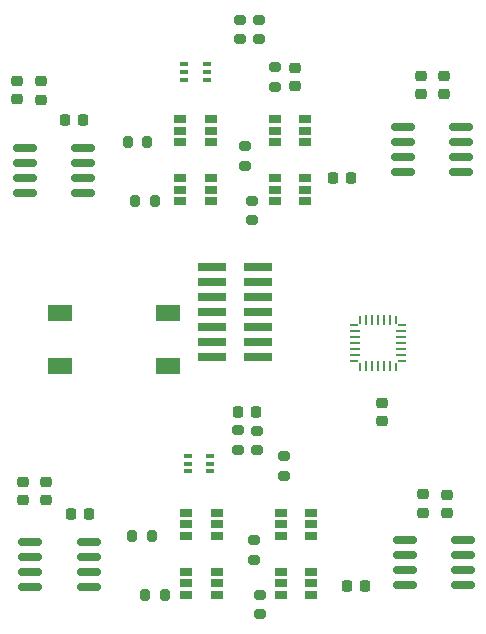
<source format=gbr>
%TF.GenerationSoftware,KiCad,Pcbnew,(6.0.9)*%
%TF.CreationDate,2023-02-07T16:56:14+01:00*%
%TF.ProjectId,driver_stepper_motor,64726976-6572-45f7-9374-65707065725f,2*%
%TF.SameCoordinates,Original*%
%TF.FileFunction,Paste,Top*%
%TF.FilePolarity,Positive*%
%FSLAX46Y46*%
G04 Gerber Fmt 4.6, Leading zero omitted, Abs format (unit mm)*
G04 Created by KiCad (PCBNEW (6.0.9)) date 2023-02-07 16:56:14*
%MOMM*%
%LPD*%
G01*
G04 APERTURE LIST*
G04 Aperture macros list*
%AMRoundRect*
0 Rectangle with rounded corners*
0 $1 Rounding radius*
0 $2 $3 $4 $5 $6 $7 $8 $9 X,Y pos of 4 corners*
0 Add a 4 corners polygon primitive as box body*
4,1,4,$2,$3,$4,$5,$6,$7,$8,$9,$2,$3,0*
0 Add four circle primitives for the rounded corners*
1,1,$1+$1,$2,$3*
1,1,$1+$1,$4,$5*
1,1,$1+$1,$6,$7*
1,1,$1+$1,$8,$9*
0 Add four rect primitives between the rounded corners*
20,1,$1+$1,$2,$3,$4,$5,0*
20,1,$1+$1,$4,$5,$6,$7,0*
20,1,$1+$1,$6,$7,$8,$9,0*
20,1,$1+$1,$8,$9,$2,$3,0*%
%AMFreePoly0*
4,1,14,0.230680,0.111820,0.364320,-0.021821,0.377500,-0.053642,0.377500,-0.080000,0.364320,-0.111820,0.332500,-0.125000,-0.332500,-0.125000,-0.364320,-0.111820,-0.377500,-0.080000,-0.377500,0.080000,-0.364320,0.111820,-0.332500,0.125000,0.198860,0.125000,0.230680,0.111820,0.230680,0.111820,$1*%
%AMFreePoly1*
4,1,14,0.364320,0.111820,0.377500,0.080000,0.377501,0.053640,0.364318,0.021819,0.230680,-0.111820,0.198860,-0.125000,-0.332500,-0.125000,-0.364320,-0.111820,-0.377500,-0.080000,-0.377500,0.080000,-0.364320,0.111820,-0.332500,0.125000,0.332500,0.125000,0.364320,0.111820,0.364320,0.111820,$1*%
%AMFreePoly2*
4,1,15,0.053642,0.377500,0.080000,0.377500,0.111820,0.364320,0.125000,0.332500,0.125000,-0.332500,0.111820,-0.364320,0.080000,-0.377500,-0.080000,-0.377500,-0.111820,-0.364320,-0.125000,-0.332500,-0.125000,0.198860,-0.111820,0.230680,0.021820,0.364320,0.053640,0.377501,0.053642,0.377500,0.053642,0.377500,$1*%
%AMFreePoly3*
4,1,14,-0.021820,0.364320,0.111820,0.230679,0.125000,0.198858,0.125000,-0.332500,0.111820,-0.364320,0.080000,-0.377500,-0.080000,-0.377500,-0.111820,-0.364320,-0.125000,-0.332500,-0.125000,0.332500,-0.111820,0.364320,-0.080000,0.377500,-0.053640,0.377500,-0.021820,0.364320,-0.021820,0.364320,$1*%
%AMFreePoly4*
4,1,14,0.364320,0.111820,0.377500,0.080000,0.377500,-0.080000,0.364320,-0.111820,0.332500,-0.125000,-0.198860,-0.125001,-0.230681,-0.111818,-0.364320,0.021820,-0.377500,0.053640,-0.377500,0.080000,-0.364320,0.111820,-0.332500,0.125000,0.332500,0.125000,0.364320,0.111820,0.364320,0.111820,$1*%
%AMFreePoly5*
4,1,15,-0.198858,0.125000,0.332500,0.125000,0.364320,0.111820,0.377500,0.080000,0.377500,-0.080000,0.364320,-0.111820,0.332500,-0.125000,-0.332500,-0.125000,-0.364320,-0.111820,-0.377500,-0.080000,-0.377500,-0.053640,-0.364320,-0.021820,-0.230680,0.111820,-0.198860,0.125001,-0.198858,0.125000,-0.198858,0.125000,$1*%
%AMFreePoly6*
4,1,14,0.111820,0.364320,0.125000,0.332500,0.125001,-0.198860,0.111818,-0.230681,-0.021820,-0.364320,-0.053640,-0.377500,-0.080000,-0.377500,-0.111820,-0.364320,-0.125000,-0.332500,-0.125000,0.332500,-0.111820,0.364320,-0.080000,0.377500,0.080000,0.377500,0.111820,0.364320,0.111820,0.364320,$1*%
%AMFreePoly7*
4,1,14,0.111820,0.364320,0.125000,0.332500,0.125000,-0.332500,0.111820,-0.364320,0.080000,-0.377500,0.053640,-0.377501,0.021819,-0.364318,-0.111820,-0.230680,-0.125000,-0.198860,-0.125000,0.332500,-0.111820,0.364320,-0.080000,0.377500,0.080000,0.377500,0.111820,0.364320,0.111820,0.364320,$1*%
G04 Aperture macros list end*
%ADD10RoundRect,0.200000X-0.275000X0.200000X-0.275000X-0.200000X0.275000X-0.200000X0.275000X0.200000X0*%
%ADD11RoundRect,0.218750X0.256250X-0.218750X0.256250X0.218750X-0.256250X0.218750X-0.256250X-0.218750X0*%
%ADD12R,1.000000X0.700000*%
%ADD13RoundRect,0.200000X0.275000X-0.200000X0.275000X0.200000X-0.275000X0.200000X-0.275000X-0.200000X0*%
%ADD14RoundRect,0.218750X-0.256250X0.218750X-0.256250X-0.218750X0.256250X-0.218750X0.256250X0.218750X0*%
%ADD15RoundRect,0.200000X0.200000X0.275000X-0.200000X0.275000X-0.200000X-0.275000X0.200000X-0.275000X0*%
%ADD16RoundRect,0.150000X-0.825000X-0.150000X0.825000X-0.150000X0.825000X0.150000X-0.825000X0.150000X0*%
%ADD17R,2.400000X0.740000*%
%ADD18RoundRect,0.225000X0.250000X-0.225000X0.250000X0.225000X-0.250000X0.225000X-0.250000X-0.225000X0*%
%ADD19RoundRect,0.225000X0.225000X0.250000X-0.225000X0.250000X-0.225000X-0.250000X0.225000X-0.250000X0*%
%ADD20RoundRect,0.225000X-0.250000X0.225000X-0.250000X-0.225000X0.250000X-0.225000X0.250000X0.225000X0*%
%ADD21R,0.650000X0.400000*%
%ADD22RoundRect,0.150000X0.825000X0.150000X-0.825000X0.150000X-0.825000X-0.150000X0.825000X-0.150000X0*%
%ADD23FreePoly0,90.000000*%
%ADD24RoundRect,0.062500X0.062500X-0.375000X0.062500X0.375000X-0.062500X0.375000X-0.062500X-0.375000X0*%
%ADD25FreePoly1,90.000000*%
%ADD26FreePoly2,90.000000*%
%ADD27RoundRect,0.062500X0.375000X-0.062500X0.375000X0.062500X-0.375000X0.062500X-0.375000X-0.062500X0*%
%ADD28FreePoly3,90.000000*%
%ADD29FreePoly4,90.000000*%
%ADD30FreePoly5,90.000000*%
%ADD31FreePoly6,90.000000*%
%ADD32FreePoly7,90.000000*%
%ADD33R,2.100000X1.400000*%
G04 APERTURE END LIST*
D10*
%TO.C,RB_shunt1*%
X91350000Y-170900000D03*
X91350000Y-172550000D03*
%TD*%
D11*
%TO.C,DB2*%
X103150000Y-175687500D03*
X103150000Y-174112500D03*
%TD*%
D12*
%TO.C,TA4*%
X90600000Y-147350000D03*
X90600000Y-148300000D03*
X90600000Y-149250000D03*
X93200000Y-149250000D03*
X93200000Y-148300000D03*
X93200000Y-147350000D03*
%TD*%
D13*
%TO.C,RA5*%
X89300000Y-135575000D03*
X89300000Y-133925000D03*
%TD*%
D12*
%TO.C,TB3*%
X91100000Y-175700000D03*
X91100000Y-176650000D03*
X91100000Y-177600000D03*
X93700000Y-177600000D03*
X93700000Y-176650000D03*
X93700000Y-175700000D03*
%TD*%
D14*
%TO.C,DB1*%
X71250000Y-173050000D03*
X71250000Y-174625000D03*
%TD*%
D15*
%TO.C,RA1*%
X79825000Y-144250000D03*
X78175000Y-144250000D03*
%TD*%
D12*
%TO.C,TB4*%
X91100000Y-180700000D03*
X91100000Y-181650000D03*
X91100000Y-182600000D03*
X93700000Y-182600000D03*
X93700000Y-181650000D03*
X93700000Y-180700000D03*
%TD*%
D16*
%TO.C,DrvA1*%
X69425000Y-144795000D03*
X69425000Y-146065000D03*
X69425000Y-147335000D03*
X69425000Y-148605000D03*
X74375000Y-148605000D03*
X74375000Y-147335000D03*
X74375000Y-146065000D03*
X74375000Y-144795000D03*
%TD*%
D12*
%TO.C,TA2*%
X82600000Y-147350000D03*
X82600000Y-148300000D03*
X82600000Y-149250000D03*
X85200000Y-149250000D03*
X85200000Y-148300000D03*
X85200000Y-147350000D03*
%TD*%
D17*
%TO.C,Programmateur1*%
X85300000Y-154890000D03*
X89200000Y-154890000D03*
X85300000Y-156160000D03*
X89200000Y-156160000D03*
X85300000Y-157430000D03*
X89200000Y-157430000D03*
X85300000Y-158700000D03*
X89200000Y-158700000D03*
X85300000Y-159970000D03*
X89200000Y-159970000D03*
X85300000Y-161240000D03*
X89200000Y-161240000D03*
X85300000Y-162510000D03*
X89200000Y-162510000D03*
%TD*%
D13*
%TO.C,RA3*%
X88050000Y-146275000D03*
X88050000Y-144625000D03*
%TD*%
D12*
%TO.C,TB1*%
X83100000Y-175700000D03*
X83100000Y-176650000D03*
X83100000Y-177600000D03*
X85700000Y-177600000D03*
X85700000Y-176650000D03*
X85700000Y-175700000D03*
%TD*%
D18*
%TO.C,CA1*%
X92350000Y-139550000D03*
X92350000Y-138000000D03*
%TD*%
D16*
%TO.C,DrvB1*%
X69925000Y-178145000D03*
X69925000Y-179415000D03*
X69925000Y-180685000D03*
X69925000Y-181955000D03*
X74875000Y-181955000D03*
X74875000Y-180685000D03*
X74875000Y-179415000D03*
X74875000Y-178145000D03*
%TD*%
D19*
%TO.C,CB5*%
X98275000Y-181850000D03*
X96725000Y-181850000D03*
%TD*%
D12*
%TO.C,TA3*%
X90600000Y-142350000D03*
X90600000Y-143300000D03*
X90600000Y-144250000D03*
X93200000Y-144250000D03*
X93200000Y-143300000D03*
X93200000Y-142350000D03*
%TD*%
D18*
%TO.C,CA2*%
X68800000Y-140662500D03*
X68800000Y-139112500D03*
%TD*%
%TO.C,CB2*%
X69250000Y-174612500D03*
X69250000Y-173062500D03*
%TD*%
D20*
%TO.C,CB4*%
X105150000Y-174125000D03*
X105150000Y-175675000D03*
%TD*%
D11*
%TO.C,DA2*%
X102950000Y-140225000D03*
X102950000Y-138650000D03*
%TD*%
D10*
%TO.C,RA6*%
X87700000Y-133925000D03*
X87700000Y-135575000D03*
%TD*%
D13*
%TO.C,RB5*%
X89100000Y-170350000D03*
X89100000Y-168700000D03*
%TD*%
D12*
%TO.C,TB2*%
X83100000Y-180700000D03*
X83100000Y-181650000D03*
X83100000Y-182600000D03*
X85700000Y-182600000D03*
X85700000Y-181650000D03*
X85700000Y-180700000D03*
%TD*%
D21*
%TO.C,Isens_B1*%
X85150000Y-172150000D03*
X85150000Y-171500000D03*
X85150000Y-170850000D03*
X83250000Y-170850000D03*
X83250000Y-171500000D03*
X83250000Y-172150000D03*
%TD*%
D19*
%TO.C,CA3*%
X74375000Y-142450000D03*
X72825000Y-142450000D03*
%TD*%
D12*
%TO.C,TA1*%
X82600000Y-142350000D03*
X82600000Y-143300000D03*
X82600000Y-144250000D03*
X85200000Y-144250000D03*
X85200000Y-143300000D03*
X85200000Y-142350000D03*
%TD*%
D19*
%TO.C,CA5*%
X97050000Y-147350000D03*
X95500000Y-147350000D03*
%TD*%
D13*
%TO.C,RB3*%
X88850000Y-179625000D03*
X88850000Y-177975000D03*
%TD*%
D22*
%TO.C,DrvA2*%
X106375000Y-146805000D03*
X106375000Y-145535000D03*
X106375000Y-144265000D03*
X106375000Y-142995000D03*
X101425000Y-142995000D03*
X101425000Y-144265000D03*
X101425000Y-145535000D03*
X101425000Y-146805000D03*
%TD*%
D13*
%TO.C,RA4*%
X88700000Y-150900000D03*
X88700000Y-149250000D03*
%TD*%
D23*
%TO.C,U1*%
X97850000Y-163297500D03*
D24*
X98350000Y-163237500D03*
X98850000Y-163237500D03*
X99350000Y-163237500D03*
X99850000Y-163237500D03*
X100350000Y-163237500D03*
D25*
X100850000Y-163297500D03*
D26*
X101347500Y-162800000D03*
D27*
X101287500Y-162300000D03*
X101287500Y-161800000D03*
X101287500Y-161300000D03*
X101287500Y-160800000D03*
X101287500Y-160300000D03*
D28*
X101347500Y-159800000D03*
D29*
X100850000Y-159302500D03*
D24*
X100350000Y-159362500D03*
X99850000Y-159362500D03*
X99350000Y-159362500D03*
X98850000Y-159362500D03*
X98350000Y-159362500D03*
D30*
X97850000Y-159302500D03*
D31*
X97352500Y-159800000D03*
D27*
X97412500Y-160300000D03*
X97412500Y-160800000D03*
X97412500Y-161300000D03*
X97412500Y-161800000D03*
X97412500Y-162300000D03*
D32*
X97352500Y-162800000D03*
%TD*%
D10*
%TO.C,RA_shunt1*%
X90600000Y-137950000D03*
X90600000Y-139600000D03*
%TD*%
D15*
%TO.C,RB1*%
X80200000Y-177600000D03*
X78550000Y-177600000D03*
%TD*%
D10*
%TO.C,RB6*%
X87500000Y-168675000D03*
X87500000Y-170325000D03*
%TD*%
D19*
%TO.C,CB3*%
X74875000Y-175750000D03*
X73325000Y-175750000D03*
%TD*%
D20*
%TO.C,C1*%
X99650000Y-166350000D03*
X99650000Y-167900000D03*
%TD*%
%TO.C,CA4*%
X104950000Y-138650000D03*
X104950000Y-140200000D03*
%TD*%
D22*
%TO.C,DrvB2*%
X106575000Y-181805000D03*
X106575000Y-180535000D03*
X106575000Y-179265000D03*
X106575000Y-177995000D03*
X101625000Y-177995000D03*
X101625000Y-179265000D03*
X101625000Y-180535000D03*
X101625000Y-181805000D03*
%TD*%
D15*
%TO.C,RA2*%
X80425000Y-149250000D03*
X78775000Y-149250000D03*
%TD*%
D21*
%TO.C,Isens_A1*%
X84850000Y-139000000D03*
X84850000Y-138350000D03*
X84850000Y-137700000D03*
X82950000Y-137700000D03*
X82950000Y-138350000D03*
X82950000Y-139000000D03*
%TD*%
D19*
%TO.C,CB1*%
X89050000Y-167100000D03*
X87500000Y-167100000D03*
%TD*%
D15*
%TO.C,RB2*%
X81275000Y-182600000D03*
X79625000Y-182600000D03*
%TD*%
D14*
%TO.C,DA1*%
X70800000Y-139100000D03*
X70800000Y-140675000D03*
%TD*%
D13*
%TO.C,RB4*%
X89350000Y-184250000D03*
X89350000Y-182600000D03*
%TD*%
D33*
%TO.C,bouton_reset1*%
X72450000Y-158750000D03*
X81550000Y-158750000D03*
X72450000Y-163250000D03*
X81550000Y-163250000D03*
%TD*%
M02*

</source>
